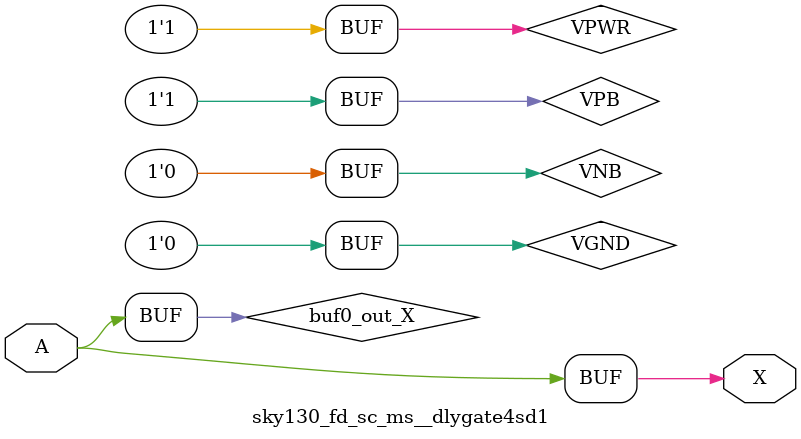
<source format=v>
/*
 * Copyright 2020 The SkyWater PDK Authors
 *
 * Licensed under the Apache License, Version 2.0 (the "License");
 * you may not use this file except in compliance with the License.
 * You may obtain a copy of the License at
 *
 *     https://www.apache.org/licenses/LICENSE-2.0
 *
 * Unless required by applicable law or agreed to in writing, software
 * distributed under the License is distributed on an "AS IS" BASIS,
 * WITHOUT WARRANTIES OR CONDITIONS OF ANY KIND, either express or implied.
 * See the License for the specific language governing permissions and
 * limitations under the License.
 *
 * SPDX-License-Identifier: Apache-2.0
*/


`ifndef SKY130_FD_SC_MS__DLYGATE4SD1_TIMING_V
`define SKY130_FD_SC_MS__DLYGATE4SD1_TIMING_V

/**
 * dlygate4sd1: Delay Buffer 4-stage 0.15um length inner stage gates.
 *
 * Verilog simulation timing model.
 */

`timescale 1ns / 1ps
`default_nettype none

`celldefine
module sky130_fd_sc_ms__dlygate4sd1 (
    X,
    A
);

    // Module ports
    output X;
    input  A;

    // Module supplies
    supply1 VPWR;
    supply0 VGND;
    supply1 VPB ;
    supply0 VNB ;

    // Local signals
    wire buf0_out_X;

    //  Name  Output      Other arguments
    buf buf0 (buf0_out_X, A              );
    buf buf1 (X         , buf0_out_X     );

endmodule
`endcelldefine

`default_nettype wire
`endif  // SKY130_FD_SC_MS__DLYGATE4SD1_TIMING_V

</source>
